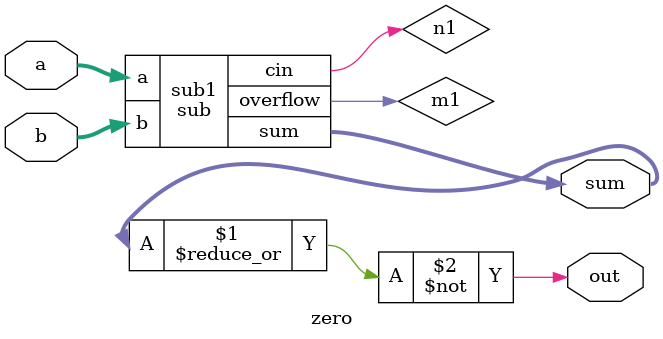
<source format=v>
module top (
    input [3:0] a,
    input [3:0] b,
    input [2:0] sleact,
    output reg [3:0] sum,
    output reg cin,
    output reg overflow,
    output reg out
);

    // 中间变量
    wire [3:0] sum_add, sum_sub, sum_x, sum_and, sum_or, sum_xor, sum_batter, sum_zero;
    wire cin_add, overflow_add, cin_sub, overflow_sub;
    wire out_batter, out_zero;

    // 实例化各个操作的模块
    add add_inst(.a(a), .b(b), .sum(sum_add), .cin(cin_add), .overflow(overflow_add));
    sub sub_inst(.a(a), .b(b), .sum(sum_sub), .cin(cin_sub), .overflow(overflow_sub));
    x x_inst(.a(a), .sum(sum_x));
    and1 and_inst(.a(a), .b(b), .sum(sum_and));
    or1 or_inst(.a(a), .b(b), .sum(sum_or));
    xor1 xor_inst(.a(a), .b(b), .sum(sum_xor));
    batter batter_inst(.a(a), .b(b), .sum(sum_batter), .out(out_batter));
    zero zero_inst(.a(a), .b(b), .sum(sum_zero), .out(out_zero));

    // 根据 sleact 的值选择相应模块的输出
    always @(*) begin
        sum = 4'b0000;
        cin = 1'b0;
        overflow = 1'b0;
        out = 1'b0;
        case (sleact)
            3'd0: begin
                sum = sum_add;
                cin = cin_add;
                overflow = overflow_add;
            end
            3'd1: begin
                sum = sum_sub;
                cin = cin_sub;
                overflow = overflow_sub;
            end
            3'd2: sum = sum_x;
            3'd3: sum = sum_and;
            3'd4: sum = sum_or;
            3'd5: sum = sum_xor;
            3'd6: out = out_batter;
            3'd7: out = out_zero;
            default: sum = 4'b0000; // 默认情况
        endcase
    end
endmodule


module add (
    input [3:0] a,
    input [3:0] b,
    output [3:0] sum,
    output cin,
    output overflow
);
    assign {cin,sum}=a+b;
    assign overflow=~(a[3]^b[3])&(sum[3]^a[3]);
endmodule

module sub (
    input [3:0] a,
    input [3:0] b,
    output [3:0] sum,
    output cin,
    output overflow
);
    wire [3:0] temp;
    assign temp=~b+1'b1;
    assign {cin,sum}=a+temp;
    assign overflow=~(a[3]^temp[3])&(sum[3]^a[3]);
endmodule

module x (
    input [3:0] a,
    output [3:0] sum
);
    assign sum = ~a;
endmodule

module and1 (
    input [3:0] a,
    input [3:0] b,
    output [3:0] sum
);
    assign sum = a&b;
endmodule

module or1 (
    input [3:0] a,
    input [3:0] b,
    output [3:0] sum
);
    assign sum = a|b;
endmodule

module xor1 (
    input [3:0] a,
    input [3:0] b,
    output [3:0] sum
);
    assign sum = a^b;
endmodule

module batter (
    input [3:0] a,
    input [3:0] b,
    output [3:0] sum,
    output out 
);
    wire n1,m1;
    sub sub1(.a(a),.b(b),.sum(sum),.cin(n1),.overflow(m1));
    assign out=sum[3]^m1;
endmodule

module zero (
    input [3:0] a,
    input [3:0] b,
    output [3:0] sum,
    output out 
);
    wire n1,m1;
    sub sub1(.a(a),.b(b),.sum(sum),.cin(n1),.overflow(m1));
    assign out=~(|sum);
endmodule


</source>
